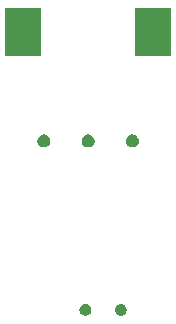
<source format=gbr>
G04 #@! TF.GenerationSoftware,KiCad,Pcbnew,5.1.5+dfsg1-2build2*
G04 #@! TF.CreationDate,2021-01-30T12:17:23-05:00*
G04 #@! TF.ProjectId,breadboard_clock,62726561-6462-46f6-9172-645f636c6f63,rev?*
G04 #@! TF.SameCoordinates,Original*
G04 #@! TF.FileFunction,Soldermask,Bot*
G04 #@! TF.FilePolarity,Negative*
%FSLAX46Y46*%
G04 Gerber Fmt 4.6, Leading zero omitted, Abs format (unit mm)*
G04 Created by KiCad (PCBNEW 5.1.5+dfsg1-2build2) date 2021-01-30 12:17:23*
%MOMM*%
%LPD*%
G04 APERTURE LIST*
%ADD10C,0.100000*%
G04 APERTURE END LIST*
D10*
G36*
X132407740Y-110328626D02*
G01*
X132456136Y-110338253D01*
X132493902Y-110353896D01*
X132547311Y-110376019D01*
X132547312Y-110376020D01*
X132629369Y-110430848D01*
X132699152Y-110500631D01*
X132699153Y-110500633D01*
X132753981Y-110582689D01*
X132791747Y-110673865D01*
X132811000Y-110770655D01*
X132811000Y-110869345D01*
X132791747Y-110966135D01*
X132753981Y-111057311D01*
X132753980Y-111057312D01*
X132699152Y-111139369D01*
X132629369Y-111209152D01*
X132588062Y-111236752D01*
X132547311Y-111263981D01*
X132493902Y-111286104D01*
X132456136Y-111301747D01*
X132407740Y-111311374D01*
X132359345Y-111321000D01*
X132260655Y-111321000D01*
X132212260Y-111311374D01*
X132163864Y-111301747D01*
X132126098Y-111286104D01*
X132072689Y-111263981D01*
X132031938Y-111236752D01*
X131990631Y-111209152D01*
X131920848Y-111139369D01*
X131866020Y-111057312D01*
X131866019Y-111057311D01*
X131828253Y-110966135D01*
X131809000Y-110869345D01*
X131809000Y-110770655D01*
X131828253Y-110673865D01*
X131866019Y-110582689D01*
X131920847Y-110500633D01*
X131920848Y-110500631D01*
X131990631Y-110430848D01*
X132072688Y-110376020D01*
X132072689Y-110376019D01*
X132126098Y-110353896D01*
X132163864Y-110338253D01*
X132212260Y-110328626D01*
X132260655Y-110319000D01*
X132359345Y-110319000D01*
X132407740Y-110328626D01*
G37*
G36*
X129407740Y-110328626D02*
G01*
X129456136Y-110338253D01*
X129493902Y-110353896D01*
X129547311Y-110376019D01*
X129547312Y-110376020D01*
X129629369Y-110430848D01*
X129699152Y-110500631D01*
X129699153Y-110500633D01*
X129753981Y-110582689D01*
X129791747Y-110673865D01*
X129811000Y-110770655D01*
X129811000Y-110869345D01*
X129791747Y-110966135D01*
X129753981Y-111057311D01*
X129753980Y-111057312D01*
X129699152Y-111139369D01*
X129629369Y-111209152D01*
X129588062Y-111236752D01*
X129547311Y-111263981D01*
X129493902Y-111286104D01*
X129456136Y-111301747D01*
X129407740Y-111311374D01*
X129359345Y-111321000D01*
X129260655Y-111321000D01*
X129212260Y-111311374D01*
X129163864Y-111301747D01*
X129126098Y-111286104D01*
X129072689Y-111263981D01*
X129031938Y-111236752D01*
X128990631Y-111209152D01*
X128920848Y-111139369D01*
X128866020Y-111057312D01*
X128866019Y-111057311D01*
X128828253Y-110966135D01*
X128809000Y-110869345D01*
X128809000Y-110770655D01*
X128828253Y-110673865D01*
X128866019Y-110582689D01*
X128920847Y-110500633D01*
X128920848Y-110500631D01*
X128990631Y-110430848D01*
X129072688Y-110376020D01*
X129072689Y-110376019D01*
X129126098Y-110353896D01*
X129163864Y-110338253D01*
X129212260Y-110328626D01*
X129260655Y-110319000D01*
X129359345Y-110319000D01*
X129407740Y-110328626D01*
G37*
G36*
X133450721Y-95990174D02*
G01*
X133550995Y-96031709D01*
X133550996Y-96031710D01*
X133641242Y-96092010D01*
X133717990Y-96168758D01*
X133717991Y-96168760D01*
X133778291Y-96259005D01*
X133819826Y-96359279D01*
X133841000Y-96465730D01*
X133841000Y-96574270D01*
X133819826Y-96680721D01*
X133778291Y-96780995D01*
X133778290Y-96780996D01*
X133717990Y-96871242D01*
X133641242Y-96947990D01*
X133595812Y-96978345D01*
X133550995Y-97008291D01*
X133450721Y-97049826D01*
X133344270Y-97071000D01*
X133235730Y-97071000D01*
X133129279Y-97049826D01*
X133029005Y-97008291D01*
X132984188Y-96978345D01*
X132938758Y-96947990D01*
X132862010Y-96871242D01*
X132801710Y-96780996D01*
X132801709Y-96780995D01*
X132760174Y-96680721D01*
X132739000Y-96574270D01*
X132739000Y-96465730D01*
X132760174Y-96359279D01*
X132801709Y-96259005D01*
X132862009Y-96168760D01*
X132862010Y-96168758D01*
X132938758Y-96092010D01*
X133029004Y-96031710D01*
X133029005Y-96031709D01*
X133129279Y-95990174D01*
X133235730Y-95969000D01*
X133344270Y-95969000D01*
X133450721Y-95990174D01*
G37*
G36*
X129700721Y-95990174D02*
G01*
X129800995Y-96031709D01*
X129800996Y-96031710D01*
X129891242Y-96092010D01*
X129967990Y-96168758D01*
X129967991Y-96168760D01*
X130028291Y-96259005D01*
X130069826Y-96359279D01*
X130091000Y-96465730D01*
X130091000Y-96574270D01*
X130069826Y-96680721D01*
X130028291Y-96780995D01*
X130028290Y-96780996D01*
X129967990Y-96871242D01*
X129891242Y-96947990D01*
X129845812Y-96978345D01*
X129800995Y-97008291D01*
X129700721Y-97049826D01*
X129594270Y-97071000D01*
X129485730Y-97071000D01*
X129379279Y-97049826D01*
X129279005Y-97008291D01*
X129234188Y-96978345D01*
X129188758Y-96947990D01*
X129112010Y-96871242D01*
X129051710Y-96780996D01*
X129051709Y-96780995D01*
X129010174Y-96680721D01*
X128989000Y-96574270D01*
X128989000Y-96465730D01*
X129010174Y-96359279D01*
X129051709Y-96259005D01*
X129112009Y-96168760D01*
X129112010Y-96168758D01*
X129188758Y-96092010D01*
X129279004Y-96031710D01*
X129279005Y-96031709D01*
X129379279Y-95990174D01*
X129485730Y-95969000D01*
X129594270Y-95969000D01*
X129700721Y-95990174D01*
G37*
G36*
X125950721Y-95990174D02*
G01*
X126050995Y-96031709D01*
X126050996Y-96031710D01*
X126141242Y-96092010D01*
X126217990Y-96168758D01*
X126217991Y-96168760D01*
X126278291Y-96259005D01*
X126319826Y-96359279D01*
X126341000Y-96465730D01*
X126341000Y-96574270D01*
X126319826Y-96680721D01*
X126278291Y-96780995D01*
X126278290Y-96780996D01*
X126217990Y-96871242D01*
X126141242Y-96947990D01*
X126095812Y-96978345D01*
X126050995Y-97008291D01*
X125950721Y-97049826D01*
X125844270Y-97071000D01*
X125735730Y-97071000D01*
X125629279Y-97049826D01*
X125529005Y-97008291D01*
X125484188Y-96978345D01*
X125438758Y-96947990D01*
X125362010Y-96871242D01*
X125301710Y-96780996D01*
X125301709Y-96780995D01*
X125260174Y-96680721D01*
X125239000Y-96574270D01*
X125239000Y-96465730D01*
X125260174Y-96359279D01*
X125301709Y-96259005D01*
X125362009Y-96168760D01*
X125362010Y-96168758D01*
X125438758Y-96092010D01*
X125529004Y-96031710D01*
X125529005Y-96031709D01*
X125629279Y-95990174D01*
X125735730Y-95969000D01*
X125844270Y-95969000D01*
X125950721Y-95990174D01*
G37*
G36*
X136549999Y-85269737D02*
G01*
X136559608Y-85272652D01*
X136568472Y-85277390D01*
X136576237Y-85283763D01*
X136582610Y-85291528D01*
X136587348Y-85300392D01*
X136590263Y-85310001D01*
X136591852Y-85326140D01*
X136591852Y-89313860D01*
X136590263Y-89329999D01*
X136587348Y-89339608D01*
X136582610Y-89348472D01*
X136576237Y-89356237D01*
X136568472Y-89362610D01*
X136559608Y-89367348D01*
X136549999Y-89370263D01*
X136533860Y-89371852D01*
X133546140Y-89371852D01*
X133530001Y-89370263D01*
X133520392Y-89367348D01*
X133511528Y-89362610D01*
X133503763Y-89356237D01*
X133497390Y-89348472D01*
X133492652Y-89339608D01*
X133489737Y-89329999D01*
X133488148Y-89313860D01*
X133488148Y-85326140D01*
X133489737Y-85310001D01*
X133492652Y-85300392D01*
X133497390Y-85291528D01*
X133503763Y-85283763D01*
X133511528Y-85277390D01*
X133520392Y-85272652D01*
X133530001Y-85269737D01*
X133546140Y-85268148D01*
X136533860Y-85268148D01*
X136549999Y-85269737D01*
G37*
G36*
X125549999Y-85269737D02*
G01*
X125559608Y-85272652D01*
X125568472Y-85277390D01*
X125576237Y-85283763D01*
X125582610Y-85291528D01*
X125587348Y-85300392D01*
X125590263Y-85310001D01*
X125591852Y-85326140D01*
X125591852Y-89313860D01*
X125590263Y-89329999D01*
X125587348Y-89339608D01*
X125582610Y-89348472D01*
X125576237Y-89356237D01*
X125568472Y-89362610D01*
X125559608Y-89367348D01*
X125549999Y-89370263D01*
X125533860Y-89371852D01*
X122546140Y-89371852D01*
X122530001Y-89370263D01*
X122520392Y-89367348D01*
X122511528Y-89362610D01*
X122503763Y-89356237D01*
X122497390Y-89348472D01*
X122492652Y-89339608D01*
X122489737Y-89329999D01*
X122488148Y-89313860D01*
X122488148Y-85326140D01*
X122489737Y-85310001D01*
X122492652Y-85300392D01*
X122497390Y-85291528D01*
X122503763Y-85283763D01*
X122511528Y-85277390D01*
X122520392Y-85272652D01*
X122530001Y-85269737D01*
X122546140Y-85268148D01*
X125533860Y-85268148D01*
X125549999Y-85269737D01*
G37*
M02*

</source>
